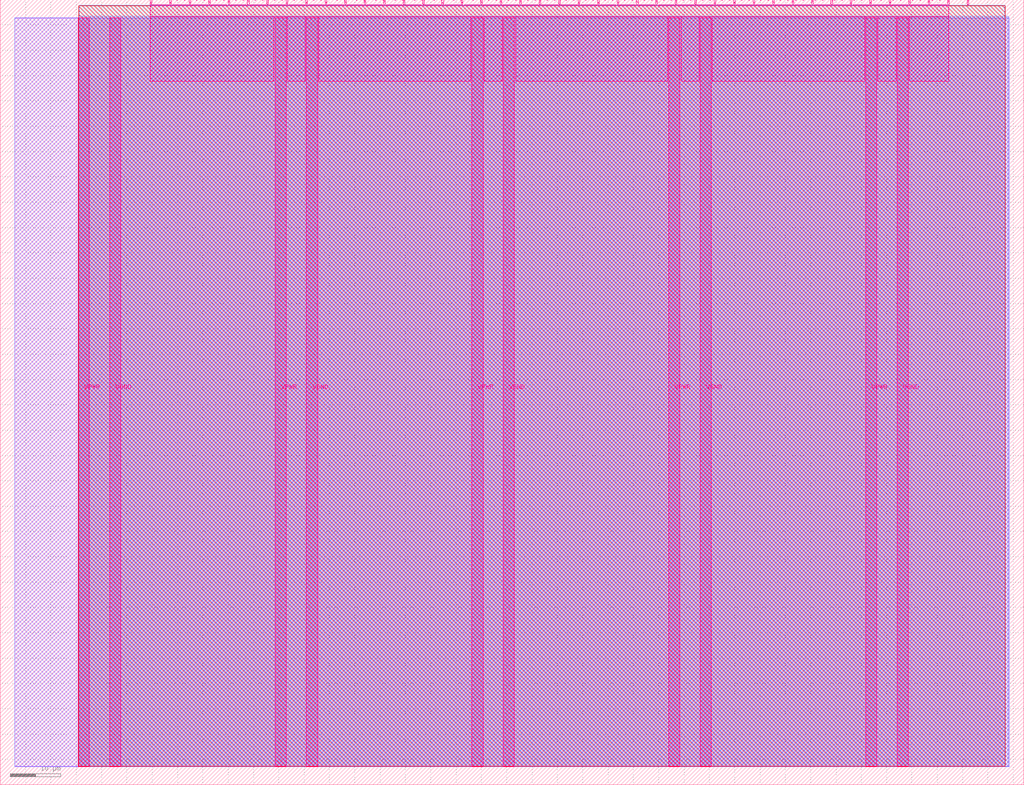
<source format=lef>
VERSION 5.7 ;
  NOWIREEXTENSIONATPIN ON ;
  DIVIDERCHAR "/" ;
  BUSBITCHARS "[]" ;
MACRO tt_um_tobimckellar_top
  CLASS BLOCK ;
  FOREIGN tt_um_tobimckellar_top ;
  ORIGIN 0.000 0.000 ;
  SIZE 202.080 BY 154.980 ;
  PIN VGND
    DIRECTION INOUT ;
    USE GROUND ;
    PORT
      LAYER Metal5 ;
        RECT 21.580 3.560 23.780 151.420 ;
    END
    PORT
      LAYER Metal5 ;
        RECT 60.450 3.560 62.650 151.420 ;
    END
    PORT
      LAYER Metal5 ;
        RECT 99.320 3.560 101.520 151.420 ;
    END
    PORT
      LAYER Metal5 ;
        RECT 138.190 3.560 140.390 151.420 ;
    END
    PORT
      LAYER Metal5 ;
        RECT 177.060 3.560 179.260 151.420 ;
    END
  END VGND
  PIN VPWR
    DIRECTION INOUT ;
    USE POWER ;
    PORT
      LAYER Metal5 ;
        RECT 15.380 3.560 17.580 151.420 ;
    END
    PORT
      LAYER Metal5 ;
        RECT 54.250 3.560 56.450 151.420 ;
    END
    PORT
      LAYER Metal5 ;
        RECT 93.120 3.560 95.320 151.420 ;
    END
    PORT
      LAYER Metal5 ;
        RECT 131.990 3.560 134.190 151.420 ;
    END
    PORT
      LAYER Metal5 ;
        RECT 170.860 3.560 173.060 151.420 ;
    END
  END VPWR
  PIN clk
    DIRECTION INPUT ;
    USE SIGNAL ;
    ANTENNAGATEAREA 0.213200 ;
    PORT
      LAYER Metal5 ;
        RECT 187.050 153.980 187.350 154.980 ;
    END
  END clk
  PIN ena
    DIRECTION INPUT ;
    USE SIGNAL ;
    PORT
      LAYER Metal5 ;
        RECT 190.890 153.980 191.190 154.980 ;
    END
  END ena
  PIN rst_n
    DIRECTION INPUT ;
    USE SIGNAL ;
    ANTENNAGATEAREA 0.180700 ;
    PORT
      LAYER Metal5 ;
        RECT 183.210 153.980 183.510 154.980 ;
    END
  END rst_n
  PIN ui_in[0]
    DIRECTION INPUT ;
    USE SIGNAL ;
    ANTENNAGATEAREA 0.213200 ;
    PORT
      LAYER Metal5 ;
        RECT 179.370 153.980 179.670 154.980 ;
    END
  END ui_in[0]
  PIN ui_in[1]
    DIRECTION INPUT ;
    USE SIGNAL ;
    ANTENNAGATEAREA 0.213200 ;
    PORT
      LAYER Metal5 ;
        RECT 175.530 153.980 175.830 154.980 ;
    END
  END ui_in[1]
  PIN ui_in[2]
    DIRECTION INPUT ;
    USE SIGNAL ;
    ANTENNAGATEAREA 0.180700 ;
    PORT
      LAYER Metal5 ;
        RECT 171.690 153.980 171.990 154.980 ;
    END
  END ui_in[2]
  PIN ui_in[3]
    DIRECTION INPUT ;
    USE SIGNAL ;
    ANTENNAGATEAREA 0.213200 ;
    PORT
      LAYER Metal5 ;
        RECT 167.850 153.980 168.150 154.980 ;
    END
  END ui_in[3]
  PIN ui_in[4]
    DIRECTION INPUT ;
    USE SIGNAL ;
    ANTENNAGATEAREA 0.180700 ;
    PORT
      LAYER Metal5 ;
        RECT 164.010 153.980 164.310 154.980 ;
    END
  END ui_in[4]
  PIN ui_in[5]
    DIRECTION INPUT ;
    USE SIGNAL ;
    ANTENNAGATEAREA 0.213200 ;
    PORT
      LAYER Metal5 ;
        RECT 160.170 153.980 160.470 154.980 ;
    END
  END ui_in[5]
  PIN ui_in[6]
    DIRECTION INPUT ;
    USE SIGNAL ;
    ANTENNAGATEAREA 0.180700 ;
    PORT
      LAYER Metal5 ;
        RECT 156.330 153.980 156.630 154.980 ;
    END
  END ui_in[6]
  PIN ui_in[7]
    DIRECTION INPUT ;
    USE SIGNAL ;
    ANTENNAGATEAREA 0.180700 ;
    PORT
      LAYER Metal5 ;
        RECT 152.490 153.980 152.790 154.980 ;
    END
  END ui_in[7]
  PIN uio_in[0]
    DIRECTION INPUT ;
    USE SIGNAL ;
    PORT
      LAYER Metal5 ;
        RECT 148.650 153.980 148.950 154.980 ;
    END
  END uio_in[0]
  PIN uio_in[1]
    DIRECTION INPUT ;
    USE SIGNAL ;
    PORT
      LAYER Metal5 ;
        RECT 144.810 153.980 145.110 154.980 ;
    END
  END uio_in[1]
  PIN uio_in[2]
    DIRECTION INPUT ;
    USE SIGNAL ;
    PORT
      LAYER Metal5 ;
        RECT 140.970 153.980 141.270 154.980 ;
    END
  END uio_in[2]
  PIN uio_in[3]
    DIRECTION INPUT ;
    USE SIGNAL ;
    PORT
      LAYER Metal5 ;
        RECT 137.130 153.980 137.430 154.980 ;
    END
  END uio_in[3]
  PIN uio_in[4]
    DIRECTION INPUT ;
    USE SIGNAL ;
    PORT
      LAYER Metal5 ;
        RECT 133.290 153.980 133.590 154.980 ;
    END
  END uio_in[4]
  PIN uio_in[5]
    DIRECTION INPUT ;
    USE SIGNAL ;
    PORT
      LAYER Metal5 ;
        RECT 129.450 153.980 129.750 154.980 ;
    END
  END uio_in[5]
  PIN uio_in[6]
    DIRECTION INPUT ;
    USE SIGNAL ;
    PORT
      LAYER Metal5 ;
        RECT 125.610 153.980 125.910 154.980 ;
    END
  END uio_in[6]
  PIN uio_in[7]
    DIRECTION INPUT ;
    USE SIGNAL ;
    PORT
      LAYER Metal5 ;
        RECT 121.770 153.980 122.070 154.980 ;
    END
  END uio_in[7]
  PIN uio_oe[0]
    DIRECTION OUTPUT ;
    USE SIGNAL ;
    ANTENNADIFFAREA 0.299200 ;
    PORT
      LAYER Metal5 ;
        RECT 56.490 153.980 56.790 154.980 ;
    END
  END uio_oe[0]
  PIN uio_oe[1]
    DIRECTION OUTPUT ;
    USE SIGNAL ;
    ANTENNADIFFAREA 0.299200 ;
    PORT
      LAYER Metal5 ;
        RECT 52.650 153.980 52.950 154.980 ;
    END
  END uio_oe[1]
  PIN uio_oe[2]
    DIRECTION OUTPUT ;
    USE SIGNAL ;
    ANTENNADIFFAREA 0.299200 ;
    PORT
      LAYER Metal5 ;
        RECT 48.810 153.980 49.110 154.980 ;
    END
  END uio_oe[2]
  PIN uio_oe[3]
    DIRECTION OUTPUT ;
    USE SIGNAL ;
    ANTENNADIFFAREA 0.299200 ;
    PORT
      LAYER Metal5 ;
        RECT 44.970 153.980 45.270 154.980 ;
    END
  END uio_oe[3]
  PIN uio_oe[4]
    DIRECTION OUTPUT ;
    USE SIGNAL ;
    ANTENNADIFFAREA 0.299200 ;
    PORT
      LAYER Metal5 ;
        RECT 41.130 153.980 41.430 154.980 ;
    END
  END uio_oe[4]
  PIN uio_oe[5]
    DIRECTION OUTPUT ;
    USE SIGNAL ;
    ANTENNADIFFAREA 0.299200 ;
    PORT
      LAYER Metal5 ;
        RECT 37.290 153.980 37.590 154.980 ;
    END
  END uio_oe[5]
  PIN uio_oe[6]
    DIRECTION OUTPUT ;
    USE SIGNAL ;
    ANTENNADIFFAREA 0.299200 ;
    PORT
      LAYER Metal5 ;
        RECT 33.450 153.980 33.750 154.980 ;
    END
  END uio_oe[6]
  PIN uio_oe[7]
    DIRECTION OUTPUT ;
    USE SIGNAL ;
    ANTENNADIFFAREA 0.299200 ;
    PORT
      LAYER Metal5 ;
        RECT 29.610 153.980 29.910 154.980 ;
    END
  END uio_oe[7]
  PIN uio_out[0]
    DIRECTION OUTPUT ;
    USE SIGNAL ;
    ANTENNADIFFAREA 0.299200 ;
    PORT
      LAYER Metal5 ;
        RECT 87.210 153.980 87.510 154.980 ;
    END
  END uio_out[0]
  PIN uio_out[1]
    DIRECTION OUTPUT ;
    USE SIGNAL ;
    ANTENNADIFFAREA 0.299200 ;
    PORT
      LAYER Metal5 ;
        RECT 83.370 153.980 83.670 154.980 ;
    END
  END uio_out[1]
  PIN uio_out[2]
    DIRECTION OUTPUT ;
    USE SIGNAL ;
    ANTENNADIFFAREA 0.299200 ;
    PORT
      LAYER Metal5 ;
        RECT 79.530 153.980 79.830 154.980 ;
    END
  END uio_out[2]
  PIN uio_out[3]
    DIRECTION OUTPUT ;
    USE SIGNAL ;
    ANTENNADIFFAREA 0.299200 ;
    PORT
      LAYER Metal5 ;
        RECT 75.690 153.980 75.990 154.980 ;
    END
  END uio_out[3]
  PIN uio_out[4]
    DIRECTION OUTPUT ;
    USE SIGNAL ;
    ANTENNADIFFAREA 0.299200 ;
    PORT
      LAYER Metal5 ;
        RECT 71.850 153.980 72.150 154.980 ;
    END
  END uio_out[4]
  PIN uio_out[5]
    DIRECTION OUTPUT ;
    USE SIGNAL ;
    ANTENNADIFFAREA 0.299200 ;
    PORT
      LAYER Metal5 ;
        RECT 68.010 153.980 68.310 154.980 ;
    END
  END uio_out[5]
  PIN uio_out[6]
    DIRECTION OUTPUT ;
    USE SIGNAL ;
    ANTENNADIFFAREA 0.299200 ;
    PORT
      LAYER Metal5 ;
        RECT 64.170 153.980 64.470 154.980 ;
    END
  END uio_out[6]
  PIN uio_out[7]
    DIRECTION OUTPUT ;
    USE SIGNAL ;
    ANTENNADIFFAREA 0.299200 ;
    PORT
      LAYER Metal5 ;
        RECT 60.330 153.980 60.630 154.980 ;
    END
  END uio_out[7]
  PIN uo_out[0]
    DIRECTION OUTPUT ;
    USE SIGNAL ;
    ANTENNADIFFAREA 0.299200 ;
    PORT
      LAYER Metal5 ;
        RECT 117.930 153.980 118.230 154.980 ;
    END
  END uo_out[0]
  PIN uo_out[1]
    DIRECTION OUTPUT ;
    USE SIGNAL ;
    ANTENNADIFFAREA 0.299200 ;
    PORT
      LAYER Metal5 ;
        RECT 114.090 153.980 114.390 154.980 ;
    END
  END uo_out[1]
  PIN uo_out[2]
    DIRECTION OUTPUT ;
    USE SIGNAL ;
    ANTENNADIFFAREA 0.299200 ;
    PORT
      LAYER Metal5 ;
        RECT 110.250 153.980 110.550 154.980 ;
    END
  END uo_out[2]
  PIN uo_out[3]
    DIRECTION OUTPUT ;
    USE SIGNAL ;
    ANTENNADIFFAREA 0.299200 ;
    PORT
      LAYER Metal5 ;
        RECT 106.410 153.980 106.710 154.980 ;
    END
  END uo_out[3]
  PIN uo_out[4]
    DIRECTION OUTPUT ;
    USE SIGNAL ;
    ANTENNADIFFAREA 0.299200 ;
    PORT
      LAYER Metal5 ;
        RECT 102.570 153.980 102.870 154.980 ;
    END
  END uo_out[4]
  PIN uo_out[5]
    DIRECTION OUTPUT ;
    USE SIGNAL ;
    ANTENNADIFFAREA 0.299200 ;
    PORT
      LAYER Metal5 ;
        RECT 98.730 153.980 99.030 154.980 ;
    END
  END uo_out[5]
  PIN uo_out[6]
    DIRECTION OUTPUT ;
    USE SIGNAL ;
    ANTENNADIFFAREA 0.299200 ;
    PORT
      LAYER Metal5 ;
        RECT 94.890 153.980 95.190 154.980 ;
    END
  END uo_out[6]
  PIN uo_out[7]
    DIRECTION OUTPUT ;
    USE SIGNAL ;
    ANTENNADIFFAREA 0.654800 ;
    PORT
      LAYER Metal5 ;
        RECT 91.050 153.980 91.350 154.980 ;
    END
  END uo_out[7]
  OBS
      LAYER GatPoly ;
        RECT 2.880 3.630 199.200 151.350 ;
      LAYER Metal1 ;
        RECT 2.880 3.560 199.200 151.420 ;
      LAYER Metal2 ;
        RECT 15.515 3.680 198.995 151.720 ;
      LAYER Metal3 ;
        RECT 15.560 3.635 198.340 153.865 ;
      LAYER Metal4 ;
        RECT 15.515 3.680 198.385 153.820 ;
      LAYER Metal5 ;
        RECT 30.120 153.770 33.240 153.980 ;
        RECT 33.960 153.770 37.080 153.980 ;
        RECT 37.800 153.770 40.920 153.980 ;
        RECT 41.640 153.770 44.760 153.980 ;
        RECT 45.480 153.770 48.600 153.980 ;
        RECT 49.320 153.770 52.440 153.980 ;
        RECT 53.160 153.770 56.280 153.980 ;
        RECT 57.000 153.770 60.120 153.980 ;
        RECT 60.840 153.770 63.960 153.980 ;
        RECT 64.680 153.770 67.800 153.980 ;
        RECT 68.520 153.770 71.640 153.980 ;
        RECT 72.360 153.770 75.480 153.980 ;
        RECT 76.200 153.770 79.320 153.980 ;
        RECT 80.040 153.770 83.160 153.980 ;
        RECT 83.880 153.770 87.000 153.980 ;
        RECT 87.720 153.770 90.840 153.980 ;
        RECT 91.560 153.770 94.680 153.980 ;
        RECT 95.400 153.770 98.520 153.980 ;
        RECT 99.240 153.770 102.360 153.980 ;
        RECT 103.080 153.770 106.200 153.980 ;
        RECT 106.920 153.770 110.040 153.980 ;
        RECT 110.760 153.770 113.880 153.980 ;
        RECT 114.600 153.770 117.720 153.980 ;
        RECT 118.440 153.770 121.560 153.980 ;
        RECT 122.280 153.770 125.400 153.980 ;
        RECT 126.120 153.770 129.240 153.980 ;
        RECT 129.960 153.770 133.080 153.980 ;
        RECT 133.800 153.770 136.920 153.980 ;
        RECT 137.640 153.770 140.760 153.980 ;
        RECT 141.480 153.770 144.600 153.980 ;
        RECT 145.320 153.770 148.440 153.980 ;
        RECT 149.160 153.770 152.280 153.980 ;
        RECT 153.000 153.770 156.120 153.980 ;
        RECT 156.840 153.770 159.960 153.980 ;
        RECT 160.680 153.770 163.800 153.980 ;
        RECT 164.520 153.770 167.640 153.980 ;
        RECT 168.360 153.770 171.480 153.980 ;
        RECT 172.200 153.770 175.320 153.980 ;
        RECT 176.040 153.770 179.160 153.980 ;
        RECT 179.880 153.770 183.000 153.980 ;
        RECT 183.720 153.770 186.840 153.980 ;
        RECT 29.660 151.630 187.300 153.770 ;
        RECT 29.660 138.875 54.040 151.630 ;
        RECT 56.660 138.875 60.240 151.630 ;
        RECT 62.860 138.875 92.910 151.630 ;
        RECT 95.530 138.875 99.110 151.630 ;
        RECT 101.730 138.875 131.780 151.630 ;
        RECT 134.400 138.875 137.980 151.630 ;
        RECT 140.600 138.875 170.650 151.630 ;
        RECT 173.270 138.875 176.850 151.630 ;
        RECT 179.470 138.875 187.300 151.630 ;
  END
END tt_um_tobimckellar_top
END LIBRARY


</source>
